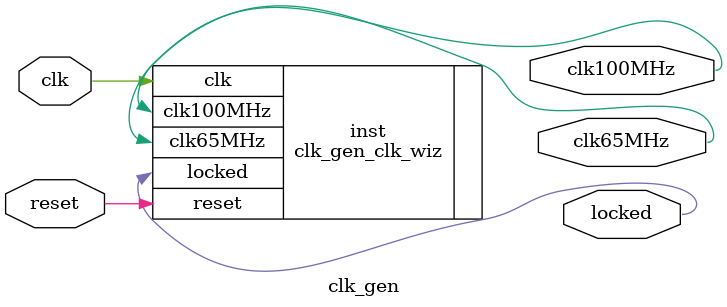
<source format=v>


`timescale 1ps/1ps

(* CORE_GENERATION_INFO = "clk_gen,clk_wiz_v5_4_2_0,{component_name=clk_gen,use_phase_alignment=true,use_min_o_jitter=false,use_max_i_jitter=false,use_dyn_phase_shift=false,use_inclk_switchover=false,use_dyn_reconfig=false,enable_axi=0,feedback_source=FDBK_AUTO,PRIMITIVE=MMCM,num_out_clk=2,clkin1_period=10.000,clkin2_period=10.000,use_power_down=false,use_reset=true,use_locked=true,use_inclk_stopped=false,feedback_type=SINGLE,CLOCK_MGR_TYPE=NA,manual_override=false}" *)

module clk_gen 
 (
  // Clock out ports
  output        clk100MHz,
  output        clk65MHz,
  // Status and control signals
  input         reset,
  output        locked,
 // Clock in ports
  input         clk
 );

  clk_gen_clk_wiz inst
  (
  // Clock out ports  
  .clk100MHz(clk100MHz),
  .clk65MHz(clk65MHz),
  // Status and control signals               
  .reset(reset), 
  .locked(locked),
 // Clock in ports
  .clk(clk)
  );

endmodule

</source>
